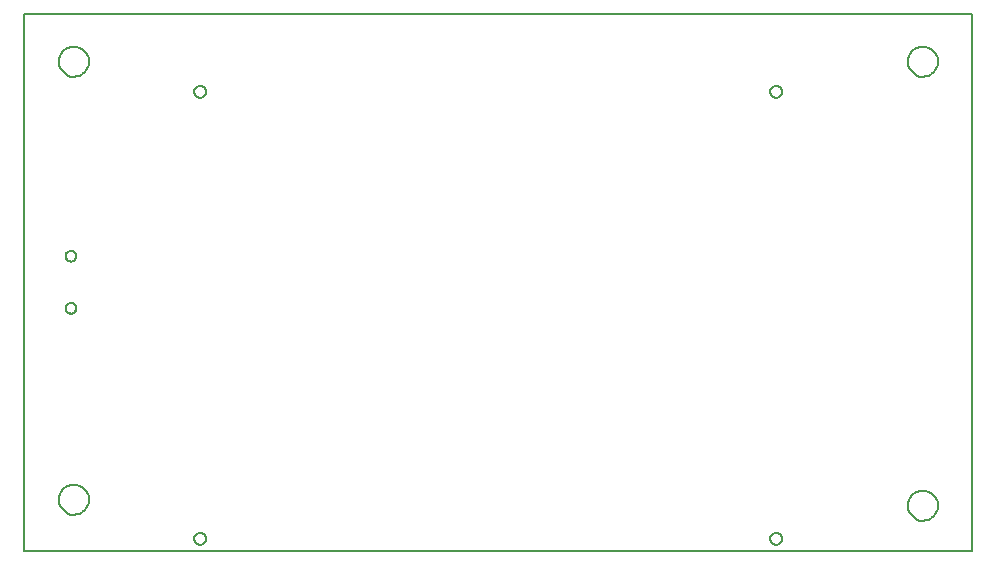
<source format=gbr>
G04 (created by PCBNEW-RS274X (2012-01-19 BZR 3256)-stable) date 22/03/2013 00:28:45*
G01*
G70*
G90*
%MOIN*%
G04 Gerber Fmt 3.4, Leading zero omitted, Abs format*
%FSLAX34Y34*%
G04 APERTURE LIST*
%ADD10C,0.006000*%
%ADD11C,0.005000*%
G04 APERTURE END LIST*
G54D10*
G54D11*
X74050Y-58900D02*
X74050Y-41000D01*
X105650Y-58900D02*
X74050Y-58900D01*
X105650Y-41000D02*
X105650Y-58900D01*
X74050Y-41000D02*
X105650Y-41000D01*
X75782Y-50820D02*
X75778Y-50855D01*
X75768Y-50889D01*
X75751Y-50920D01*
X75729Y-50948D01*
X75701Y-50970D01*
X75670Y-50987D01*
X75636Y-50998D01*
X75601Y-51001D01*
X75566Y-50998D01*
X75532Y-50988D01*
X75501Y-50972D01*
X75473Y-50950D01*
X75450Y-50922D01*
X75433Y-50891D01*
X75422Y-50857D01*
X75419Y-50822D01*
X75421Y-50788D01*
X75431Y-50754D01*
X75448Y-50722D01*
X75470Y-50694D01*
X75497Y-50671D01*
X75528Y-50654D01*
X75561Y-50643D01*
X75597Y-50639D01*
X75631Y-50641D01*
X75665Y-50651D01*
X75697Y-50667D01*
X75725Y-50689D01*
X75748Y-50716D01*
X75766Y-50746D01*
X75777Y-50780D01*
X75781Y-50815D01*
X75782Y-50820D01*
X75780Y-49080D02*
X75776Y-49114D01*
X75766Y-49148D01*
X75749Y-49179D01*
X75727Y-49206D01*
X75700Y-49229D01*
X75669Y-49245D01*
X75636Y-49256D01*
X75601Y-49259D01*
X75567Y-49256D01*
X75533Y-49246D01*
X75502Y-49230D01*
X75475Y-49208D01*
X75452Y-49181D01*
X75435Y-49150D01*
X75424Y-49117D01*
X75421Y-49082D01*
X75423Y-49048D01*
X75433Y-49014D01*
X75449Y-48983D01*
X75471Y-48955D01*
X75498Y-48933D01*
X75528Y-48916D01*
X75562Y-48905D01*
X75597Y-48901D01*
X75631Y-48903D01*
X75665Y-48913D01*
X75696Y-48929D01*
X75724Y-48950D01*
X75747Y-48977D01*
X75764Y-49007D01*
X75775Y-49041D01*
X75779Y-49075D01*
X75780Y-49080D01*
X80100Y-58500D02*
X80096Y-58538D01*
X80084Y-58576D01*
X80066Y-58610D01*
X80041Y-58640D01*
X80011Y-58665D01*
X79977Y-58684D01*
X79940Y-58695D01*
X79901Y-58699D01*
X79863Y-58696D01*
X79826Y-58685D01*
X79791Y-58667D01*
X79761Y-58642D01*
X79735Y-58612D01*
X79717Y-58578D01*
X79705Y-58541D01*
X79701Y-58502D01*
X79704Y-58464D01*
X79715Y-58427D01*
X79732Y-58392D01*
X79757Y-58362D01*
X79786Y-58336D01*
X79820Y-58317D01*
X79858Y-58305D01*
X79896Y-58301D01*
X79934Y-58304D01*
X79972Y-58314D01*
X80007Y-58332D01*
X80037Y-58356D01*
X80063Y-58385D01*
X80082Y-58419D01*
X80095Y-58456D01*
X80099Y-58495D01*
X80100Y-58500D01*
X99300Y-58500D02*
X99296Y-58538D01*
X99284Y-58576D01*
X99266Y-58610D01*
X99241Y-58640D01*
X99211Y-58665D01*
X99177Y-58684D01*
X99140Y-58695D01*
X99101Y-58699D01*
X99063Y-58696D01*
X99026Y-58685D01*
X98991Y-58667D01*
X98961Y-58642D01*
X98935Y-58612D01*
X98917Y-58578D01*
X98905Y-58541D01*
X98901Y-58502D01*
X98904Y-58464D01*
X98915Y-58427D01*
X98932Y-58392D01*
X98957Y-58362D01*
X98986Y-58336D01*
X99020Y-58317D01*
X99058Y-58305D01*
X99096Y-58301D01*
X99134Y-58304D01*
X99172Y-58314D01*
X99207Y-58332D01*
X99237Y-58356D01*
X99263Y-58385D01*
X99282Y-58419D01*
X99295Y-58456D01*
X99299Y-58495D01*
X99300Y-58500D01*
X99300Y-43600D02*
X99296Y-43638D01*
X99284Y-43676D01*
X99266Y-43710D01*
X99241Y-43740D01*
X99211Y-43765D01*
X99177Y-43784D01*
X99140Y-43795D01*
X99101Y-43799D01*
X99063Y-43796D01*
X99026Y-43785D01*
X98991Y-43767D01*
X98961Y-43742D01*
X98935Y-43712D01*
X98917Y-43678D01*
X98905Y-43641D01*
X98901Y-43602D01*
X98904Y-43564D01*
X98915Y-43527D01*
X98932Y-43492D01*
X98957Y-43462D01*
X98986Y-43436D01*
X99020Y-43417D01*
X99058Y-43405D01*
X99096Y-43401D01*
X99134Y-43404D01*
X99172Y-43414D01*
X99207Y-43432D01*
X99237Y-43456D01*
X99263Y-43485D01*
X99282Y-43519D01*
X99295Y-43556D01*
X99299Y-43595D01*
X99300Y-43600D01*
X80100Y-43600D02*
X80096Y-43638D01*
X80084Y-43676D01*
X80066Y-43710D01*
X80041Y-43740D01*
X80011Y-43765D01*
X79977Y-43784D01*
X79940Y-43795D01*
X79901Y-43799D01*
X79863Y-43796D01*
X79826Y-43785D01*
X79791Y-43767D01*
X79761Y-43742D01*
X79735Y-43712D01*
X79717Y-43678D01*
X79705Y-43641D01*
X79701Y-43602D01*
X79704Y-43564D01*
X79715Y-43527D01*
X79732Y-43492D01*
X79757Y-43462D01*
X79786Y-43436D01*
X79820Y-43417D01*
X79858Y-43405D01*
X79896Y-43401D01*
X79934Y-43404D01*
X79972Y-43414D01*
X80007Y-43432D01*
X80037Y-43456D01*
X80063Y-43485D01*
X80082Y-43519D01*
X80095Y-43556D01*
X80099Y-43595D01*
X80100Y-43600D01*
X76200Y-57200D02*
X76190Y-57297D01*
X76162Y-57390D01*
X76116Y-57476D01*
X76054Y-57552D01*
X75979Y-57614D01*
X75893Y-57660D01*
X75800Y-57689D01*
X75703Y-57699D01*
X75607Y-57691D01*
X75513Y-57663D01*
X75427Y-57618D01*
X75351Y-57557D01*
X75288Y-57482D01*
X75241Y-57396D01*
X75211Y-57303D01*
X75201Y-57206D01*
X75209Y-57110D01*
X75236Y-57016D01*
X75280Y-56930D01*
X75341Y-56853D01*
X75415Y-56790D01*
X75500Y-56742D01*
X75593Y-56712D01*
X75690Y-56701D01*
X75786Y-56708D01*
X75880Y-56734D01*
X75967Y-56778D01*
X76044Y-56838D01*
X76108Y-56912D01*
X76156Y-56997D01*
X76187Y-57090D01*
X76199Y-57187D01*
X76200Y-57200D01*
X104500Y-57400D02*
X104490Y-57497D01*
X104462Y-57590D01*
X104416Y-57676D01*
X104354Y-57752D01*
X104279Y-57814D01*
X104193Y-57860D01*
X104100Y-57889D01*
X104003Y-57899D01*
X103907Y-57891D01*
X103813Y-57863D01*
X103727Y-57818D01*
X103651Y-57757D01*
X103588Y-57682D01*
X103541Y-57596D01*
X103511Y-57503D01*
X103501Y-57406D01*
X103509Y-57310D01*
X103536Y-57216D01*
X103580Y-57130D01*
X103641Y-57053D01*
X103715Y-56990D01*
X103800Y-56942D01*
X103893Y-56912D01*
X103990Y-56901D01*
X104086Y-56908D01*
X104180Y-56934D01*
X104267Y-56978D01*
X104344Y-57038D01*
X104408Y-57112D01*
X104456Y-57197D01*
X104487Y-57290D01*
X104499Y-57387D01*
X104500Y-57400D01*
X104500Y-42600D02*
X104490Y-42697D01*
X104462Y-42790D01*
X104416Y-42876D01*
X104354Y-42952D01*
X104279Y-43014D01*
X104193Y-43060D01*
X104100Y-43089D01*
X104003Y-43099D01*
X103907Y-43091D01*
X103813Y-43063D01*
X103727Y-43018D01*
X103651Y-42957D01*
X103588Y-42882D01*
X103541Y-42796D01*
X103511Y-42703D01*
X103501Y-42606D01*
X103509Y-42510D01*
X103536Y-42416D01*
X103580Y-42330D01*
X103641Y-42253D01*
X103715Y-42190D01*
X103800Y-42142D01*
X103893Y-42112D01*
X103990Y-42101D01*
X104086Y-42108D01*
X104180Y-42134D01*
X104267Y-42178D01*
X104344Y-42238D01*
X104408Y-42312D01*
X104456Y-42397D01*
X104487Y-42490D01*
X104499Y-42587D01*
X104500Y-42600D01*
X76200Y-42600D02*
X76190Y-42697D01*
X76162Y-42790D01*
X76116Y-42876D01*
X76054Y-42952D01*
X75979Y-43014D01*
X75893Y-43060D01*
X75800Y-43089D01*
X75703Y-43099D01*
X75607Y-43091D01*
X75513Y-43063D01*
X75427Y-43018D01*
X75351Y-42957D01*
X75288Y-42882D01*
X75241Y-42796D01*
X75211Y-42703D01*
X75201Y-42606D01*
X75209Y-42510D01*
X75236Y-42416D01*
X75280Y-42330D01*
X75341Y-42253D01*
X75415Y-42190D01*
X75500Y-42142D01*
X75593Y-42112D01*
X75690Y-42101D01*
X75786Y-42108D01*
X75880Y-42134D01*
X75967Y-42178D01*
X76044Y-42238D01*
X76108Y-42312D01*
X76156Y-42397D01*
X76187Y-42490D01*
X76199Y-42587D01*
X76200Y-42600D01*
X75773Y-50816D02*
X75769Y-50850D01*
X75759Y-50883D01*
X75743Y-50913D01*
X75721Y-50940D01*
X75694Y-50962D01*
X75664Y-50979D01*
X75631Y-50989D01*
X75597Y-50992D01*
X75563Y-50989D01*
X75530Y-50980D01*
X75500Y-50964D01*
X75473Y-50942D01*
X75450Y-50915D01*
X75434Y-50885D01*
X75423Y-50852D01*
X75420Y-50818D01*
X75422Y-50785D01*
X75432Y-50751D01*
X75448Y-50721D01*
X75469Y-50694D01*
X75495Y-50671D01*
X75526Y-50654D01*
X75558Y-50644D01*
X75593Y-50640D01*
X75626Y-50642D01*
X75660Y-50651D01*
X75690Y-50667D01*
X75718Y-50688D01*
X75740Y-50714D01*
X75757Y-50745D01*
X75768Y-50777D01*
X75772Y-50812D01*
X75773Y-50816D01*
X75773Y-49084D02*
X75769Y-49118D01*
X75759Y-49151D01*
X75743Y-49181D01*
X75721Y-49208D01*
X75694Y-49230D01*
X75664Y-49247D01*
X75631Y-49257D01*
X75597Y-49260D01*
X75563Y-49257D01*
X75530Y-49248D01*
X75500Y-49232D01*
X75473Y-49210D01*
X75450Y-49183D01*
X75434Y-49153D01*
X75423Y-49120D01*
X75420Y-49086D01*
X75422Y-49053D01*
X75432Y-49019D01*
X75448Y-48989D01*
X75469Y-48962D01*
X75495Y-48939D01*
X75526Y-48922D01*
X75558Y-48912D01*
X75593Y-48908D01*
X75626Y-48910D01*
X75660Y-48919D01*
X75690Y-48935D01*
X75718Y-48956D01*
X75740Y-48982D01*
X75757Y-49013D01*
X75768Y-49045D01*
X75772Y-49080D01*
X75773Y-49084D01*
X99300Y-43600D02*
X99296Y-43638D01*
X99284Y-43676D01*
X99266Y-43710D01*
X99241Y-43740D01*
X99211Y-43765D01*
X99177Y-43784D01*
X99140Y-43795D01*
X99101Y-43799D01*
X99063Y-43796D01*
X99026Y-43785D01*
X98991Y-43767D01*
X98961Y-43742D01*
X98935Y-43712D01*
X98917Y-43678D01*
X98905Y-43641D01*
X98901Y-43602D01*
X98904Y-43564D01*
X98915Y-43527D01*
X98932Y-43492D01*
X98957Y-43462D01*
X98986Y-43436D01*
X99020Y-43417D01*
X99058Y-43405D01*
X99096Y-43401D01*
X99134Y-43404D01*
X99172Y-43414D01*
X99207Y-43432D01*
X99237Y-43456D01*
X99263Y-43485D01*
X99282Y-43519D01*
X99295Y-43556D01*
X99299Y-43595D01*
X99300Y-43600D01*
X99300Y-58500D02*
X99296Y-58538D01*
X99284Y-58576D01*
X99266Y-58610D01*
X99241Y-58640D01*
X99211Y-58665D01*
X99177Y-58684D01*
X99140Y-58695D01*
X99101Y-58699D01*
X99063Y-58696D01*
X99026Y-58685D01*
X98991Y-58667D01*
X98961Y-58642D01*
X98935Y-58612D01*
X98917Y-58578D01*
X98905Y-58541D01*
X98901Y-58502D01*
X98904Y-58464D01*
X98915Y-58427D01*
X98932Y-58392D01*
X98957Y-58362D01*
X98986Y-58336D01*
X99020Y-58317D01*
X99058Y-58305D01*
X99096Y-58301D01*
X99134Y-58304D01*
X99172Y-58314D01*
X99207Y-58332D01*
X99237Y-58356D01*
X99263Y-58385D01*
X99282Y-58419D01*
X99295Y-58456D01*
X99299Y-58495D01*
X99300Y-58500D01*
X80100Y-58500D02*
X80096Y-58538D01*
X80084Y-58576D01*
X80066Y-58610D01*
X80041Y-58640D01*
X80011Y-58665D01*
X79977Y-58684D01*
X79940Y-58695D01*
X79901Y-58699D01*
X79863Y-58696D01*
X79826Y-58685D01*
X79791Y-58667D01*
X79761Y-58642D01*
X79735Y-58612D01*
X79717Y-58578D01*
X79705Y-58541D01*
X79701Y-58502D01*
X79704Y-58464D01*
X79715Y-58427D01*
X79732Y-58392D01*
X79757Y-58362D01*
X79786Y-58336D01*
X79820Y-58317D01*
X79858Y-58305D01*
X79896Y-58301D01*
X79934Y-58304D01*
X79972Y-58314D01*
X80007Y-58332D01*
X80037Y-58356D01*
X80063Y-58385D01*
X80082Y-58419D01*
X80095Y-58456D01*
X80099Y-58495D01*
X80100Y-58500D01*
X80100Y-43600D02*
X80096Y-43638D01*
X80084Y-43676D01*
X80066Y-43710D01*
X80041Y-43740D01*
X80011Y-43765D01*
X79977Y-43784D01*
X79940Y-43795D01*
X79901Y-43799D01*
X79863Y-43796D01*
X79826Y-43785D01*
X79791Y-43767D01*
X79761Y-43742D01*
X79735Y-43712D01*
X79717Y-43678D01*
X79705Y-43641D01*
X79701Y-43602D01*
X79704Y-43564D01*
X79715Y-43527D01*
X79732Y-43492D01*
X79757Y-43462D01*
X79786Y-43436D01*
X79820Y-43417D01*
X79858Y-43405D01*
X79896Y-43401D01*
X79934Y-43404D01*
X79972Y-43414D01*
X80007Y-43432D01*
X80037Y-43456D01*
X80063Y-43485D01*
X80082Y-43519D01*
X80095Y-43556D01*
X80099Y-43595D01*
X80100Y-43600D01*
M02*

</source>
